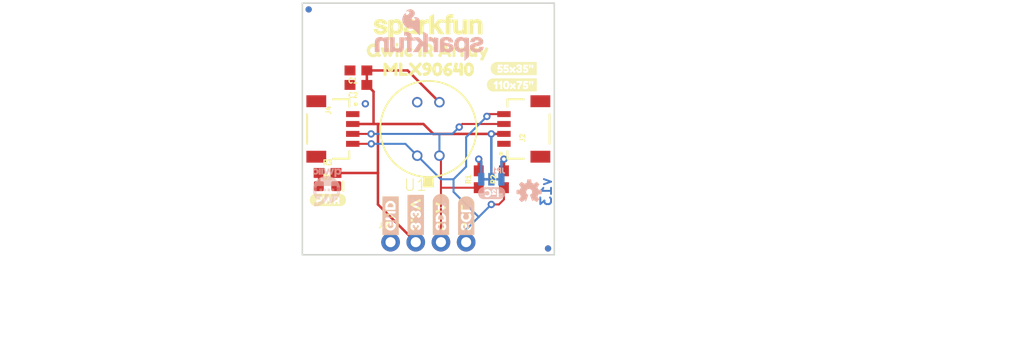
<source format=kicad_pcb>
(kicad_pcb (version 20211014) (generator pcbnew)
  (layers (0 "F.Cu" signal) (31 "B.Cu" signal) (34 "B.Paste" user) (35 "F.Paste" user) (36 "B.SilkS" user "B.Silkscreen") (37 "F.SilkS" user "F.Silkscreen") (38 "B.Mask" user) (39 "F.Mask" user) (44 "Edge.Cuts" user))
  (net 0 "")
  (net 1 "3.3V")
  (net 2 "GND")
  (net 3 "SCL")
  (net 4 "SDA")
  (net 5 "N$1")
  (net 6 "N$2")
  (net 7 "N$3")
  (footprint "boardEagle:JST04_1MM_RA" (layer "F.Cu") (at 156.1211 105.0036 90)
    (fp_text reference "J2" (at -1.397 2.159 90) (layer "F.SilkS") (effects (font (size 0.48768 0.48768) (thickness 0.12192)) (justify left bottom)))
    (fp_text value "")
    (pad "1" smd rect (at -1.5 0 90) (size 0.6 1.35) (layers "F.Cu" "F.Paste" "F.Mask") (net 2 "GND"))
    (pad "2" smd rect (at -0.5 0 90) (size 0.6 1.35) (layers "F.Cu" "F.Paste" "F.Mask") (net 1 "3.3V"))
    (pad "3" smd rect (at 0.5 0 90) (size 0.6 1.35) (layers "F.Cu" "F.Paste" "F.Mask") (net 4 "SDA"))
    (pad "4" smd rect (at 1.5 0 90) (size 0.6 1.35) (layers "F.Cu" "F.Paste" "F.Mask") (net 3 "SCL"))
    (pad "NC1" smd rect (at 2.8 3.675 90) (size 1.2 2) (layers "F.Cu" "F.Paste" "F.Mask"))
    (pad "NC2" smd rect (at -2.8 3.675 90) (size 1.2 2) (layers "F.Cu" "F.Paste" "F.Mask"))
  )
  (footprint "boardEagle:0603" (layer "F.Cu") (at 138.3411 109.4486)
    (fp_text reference "R3" (at 0 -0.762) (layer "F.SilkS") (effects (font (size 0.48768 0.48768) (thickness 0.12192)) (justify bottom)))
    (fp_text value "1k")
    (pad "1" smd rect (at -0.85 0) (size 1.1 1) (layers "F.Cu" "F.Paste" "F.Mask") (net 7 "N$3"))
    (pad "2" smd rect (at 0.85 0) (size 1.1 1) (layers "F.Cu" "F.Paste" "F.Mask") (net 1 "3.3V"))
  )
  (footprint "boardEagle:0603" (layer "F.Cu") (at 141.4526 100.5586 180)
    (fp_text reference "C2" (at 0 -0.762 180) (layer "F.SilkS") (effects (font (size 0.48768 0.48768) (thickness 0.12192)) (justify right top)))
    (fp_text value "1.0uF")
    (pad "1" smd rect (at -0.85 0 180) (size 1.1 1) (layers "F.Cu" "F.Paste" "F.Mask") (net 1 "3.3V"))
    (pad "2" smd rect (at 0.85 0 180) (size 1.1 1) (layers "F.Cu" "F.Paste" "F.Mask") (net 2 "GND"))
  )
  (footprint "boardEagle:SCL-[)" (layer "F.Cu") (at 152.3111 116.1796 90)
    (fp_text reference "U$4" hide)
    (fp_text value "" hide)
  )
  (footprint "boardEagle:MLX906401" (layer "F.Cu") (at 142.7861 98.9711)
    (fp_text reference "U$13" hide)
    (fp_text value "" hide)
  )
  (footprint "boardEagle:110X75#0" (layer "F.Cu") (at 154.3431 100.5586)
    (fp_text reference "U$15" hide)
    (fp_text value "" hide)
  )
  (footprint "boardEagle:QWIIC_IR_ARRAY0" (layer "F.Cu") (at 141.1351 97.0661)
    (fp_text reference "U$14" hide)
    (fp_text value "" hide)
  )
  (footprint "boardEagle:GND-04" (layer "F.Cu") (at 144.6911 116.1796 90)
    (fp_text reference "U$6" hide)
    (fp_text value "" hide)
  )
  (footprint "boardEagle:STAND-OFF" (layer "F.Cu") (at 158.6611 115.1636)
    (fp_text reference "JP9" hide)
    (fp_text value "STAND-OFF" hide)
    (pad "" np_thru_hole circle (at 0 0) (size 3.302 3.302) (drill 3.302) (layers *.Cu *.Mask))
  )
  (footprint "boardEagle:55X35#1" (layer "F.Cu") (at 154.7241 98.9076)
    (fp_text reference "U$3" hide)
    (fp_text value "" hide)
  )
  (footprint "boardEagle:MLX90540_MLX90640" (layer "F.Cu") (at 148.5011 105.0036)
    (fp_text reference "U1" (at -2.54 6.35) (layer "F.SilkS") (effects (font (size 1.1684 1.1684) (thickness 0.1016)) (justify left bottom)))
    (fp_text value "110DEG")
    (pad "GND" thru_hole circle (at -1.117418 -2.697687 247.5) (size 1.0556 1.0556) (drill 0.7) (layers *.Cu) (net 2 "GND"))
    (pad "SCL" thru_hole circle (at -1.117412 2.697678 67.5) (size 1.0556 1.0556) (drill 0.7) (layers *.Cu) (net 3 "SCL"))
    (pad "SDA" thru_hole circle (at 1.117418 2.697687 67.5) (size 1.0556 1.0556) (drill 0.7) (layers *.Cu) (net 4 "SDA"))
    (pad "VDD" thru_hole circle (at 1.117412 -2.697678 247.5) (size 1.0556 1.0556) (drill 0.7) (layers *.Cu) (net 1 "3.3V"))
  )
  (footprint "boardEagle:PWR-()-03" (layer "F.Cu") (at 136.4996 112.1791)
    (fp_text reference "U$12" hide)
    (fp_text value "" hide)
  )
  (footprint "boardEagle:STAND-OFF" (layer "F.Cu") (at 138.3411 115.1636)
    (fp_text reference "JP8" hide)
    (fp_text value "STAND-OFF" hide)
    (pad "" np_thru_hole circle (at 0 0) (size 3.302 3.302) (drill 3.302) (layers *.Cu *.Mask))
  )
  (footprint "boardEagle:3.3V" (layer "F.Cu") (at 147.2311 116.1796 90)
    (fp_text reference "U$5" hide)
    (fp_text value "" hide)
  )
  (footprint "boardEagle:0603" (layer "F.Cu") (at 141.4526 99.0981 180)
    (fp_text reference "C1" (at 0 -0.762 180) (layer "F.SilkS") (effects (font (size 0.48768 0.48768) (thickness 0.12192)) (justify right top)))
    (fp_text value "0.1uF")
    (pad "1" smd rect (at -0.85 0 180) (size 1.1 1) (layers "F.Cu" "F.Paste" "F.Mask") (net 1 "3.3V"))
    (pad "2" smd rect (at 0.85 0 180) (size 1.1 1) (layers "F.Cu" "F.Paste" "F.Mask") (net 2 "GND"))
  )
  (footprint "boardEagle:JST04_1MM_RA" (layer "F.Cu") (at 140.8811 105.0036 -90)
    (fp_text reference "J4" (at -1.397 2.159 -90) (layer "F.SilkS") (effects (font (size 0.48768 0.48768) (thickness 0.12192)) (justify left bottom)))
    (fp_text value "")
    (pad "1" smd rect (at -1.5 0 270) (size 0.6 1.35) (layers "F.Cu" "F.Paste" "F.Mask") (net 2 "GND"))
    (pad "2" smd rect (at -0.5 0 270) (size 0.6 1.35) (layers "F.Cu" "F.Paste" "F.Mask") (net 1 "3.3V"))
    (pad "3" smd rect (at 0.5 0 270) (size 0.6 1.35) (layers "F.Cu" "F.Paste" "F.Mask") (net 4 "SDA"))
    (pad "4" smd rect (at 1.5 0 270) (size 0.6 1.35) (layers "F.Cu" "F.Paste" "F.Mask") (net 3 "SCL"))
    (pad "NC1" smd rect (at 2.8 3.675 270) (size 1.2 2) (layers "F.Cu" "F.Paste" "F.Mask"))
    (pad "NC2" smd rect (at -2.8 3.675 270) (size 1.2 2) (layers "F.Cu" "F.Paste" "F.Mask"))
  )
  (footprint "boardEagle:1X04_NO_SILK" (layer "F.Cu") (at 144.6911 116.4336)
    (fp_text reference "J3" (at -1.27 -1.397) (layer "F.SilkS") (effects (font (size 0.48768 0.48768) (thickness 0.12192)) (justify left bottom)))
    (fp_text value "PTH")
    (pad "1" thru_hole circle (at 0 0 90) (size 1.8796 1.8796) (drill 1.016) (layers *.Cu *.Mask) (net 2 "GND"))
    (pad "2" thru_hole circle (at 2.54 0 90) (size 1.8796 1.8796) (drill 1.016) (layers *.Cu *.Mask) (net 1 "3.3V"))
    (pad "3" thru_hole circle (at 5.08 0 90) (size 1.8796 1.8796) (drill 1.016) (layers *.Cu *.Mask) (net 4 "SDA"))
    (pad "4" thru_hole circle (at 7.62 0 90) (size 1.8796 1.8796) (drill 1.016) (layers *.Cu *.Mask) (net 3 "SCL"))
  )
  (footprint "boardEagle:STAND-OFF" (layer "F.Cu") (at 138.3411 94.8436)
    (fp_text reference "JP3" hide)
    (fp_text value "STAND-OFF" hide)
    (pad "" np_thru_hole circle (at 0 0) (size 3.302 3.302) (drill 3.302) (layers *.Cu *.Mask))
  )
  (footprint "boardEagle:MICRO-FIDUCIAL" (layer "F.Cu") (at 160.5661 117.0686)
    (fp_text reference "JP2" hide)
    (fp_text value "FIDUCIALUFIDUCIAL" hide)
    (pad "1" smd roundrect (at 0 0) (size 0.635 0.635) (layers "F.Cu" "F.Mask") (roundrect_rratio 0.5))
  )
  (footprint "boardEagle:LED-0603" (layer "F.Cu") (at 138.3411 110.7821)
    (fp_text reference "D1" (at 0 -0.635) (layer "F.SilkS") (effects (font (size 0.48768 0.48768) (thickness 0.12192)) (justify bottom)))
    (fp_text value "RED")
    (pad "A" smd roundrect (at -0.877 0 270) (size 1 1) (layers "F.Cu" "F.Paste" "F.Mask") (roundrect_rratio 0.15) (net 7 "N$3"))
    (pad "C" smd roundrect (at 0.877 0 270) (size 1 1) (layers "F.Cu" "F.Paste" "F.Mask") (roundrect_rratio 0.15) (net 2 "GND"))
  )
  (footprint "boardEagle:0603" (layer "F.Cu") (at 156.1211 110.0836 90)
    (fp_text reference "R2" (at 0 -0.762 90) (layer "F.SilkS") (effects (font (size 0.48768 0.48768) (thickness 0.12192)) (justify bottom)))
    (fp_text value "2.2k")
    (pad "1" smd rect (at -0.85 0 90) (size 1.1 1) (layers "F.Cu" "F.Paste" "F.Mask") (net 3 "SCL"))
    (pad "2" smd rect (at 0.85 0 90) (size 1.1 1) (layers "F.Cu" "F.Paste" "F.Mask") (net 6 "N$2"))
  )
  (footprint "boardEagle:0603" (layer "F.Cu") (at 153.5811 110.0836 90)
    (fp_text reference "R1" (at 0 -0.762 90) (layer "F.SilkS") (effects (font (size 0.48768 0.48768) (thickness 0.12192)) (justify bottom)))
    (fp_text value "2.2k")
    (pad "1" smd rect (at -0.85 0 90) (size 1.1 1) (layers "F.Cu" "F.Paste" "F.Mask") (net 4 "SDA"))
    (pad "2" smd rect (at 0.85 0 90) (size 1.1 1) (layers "F.Cu" "F.Paste" "F.Mask") (net 5 "N$1"))
  )
  (footprint "boardEagle:REVISION" (layer "F.Cu") (at 137.0711 127.8636)
    (fp_text reference "LOGO4" hide)
    (fp_text value "REVISION" hide)
  )
  (footprint "boardEagle:SFE_LOGO_NAME_.1" (layer "F.Cu") (at 148.5011 94.8436)
    (fp_text reference "LOGO3" hide)
    (fp_text value "SFE_LOGO_NAME.1_INCH" hide)
  )
  (footprint "boardEagle:STAND-OFF" (layer "F.Cu") (at 158.6611 94.8436)
    (fp_text reference "JP4" hide)
    (fp_text value "STAND-OFF" hide)
    (pad "" np_thru_hole circle (at 0 0) (size 3.302 3.302) (drill 3.302) (layers *.Cu *.Mask))
  )
  (footprint "boardEagle:MICRO-FIDUCIAL" (layer "F.Cu") (at 136.4361 92.9386)
    (fp_text reference "JP5" hide)
    (fp_text value "FIDUCIALUFIDUCIAL" hide)
    (pad "1" smd roundrect (at 0 0) (size 0.635 0.635) (layers "F.Cu" "F.Mask") (roundrect_rratio 0.5))
  )
  (footprint "boardEagle:CREATIVE_COMMONS" (layer "F.Cu") (at 125.6411 125.3236)
    (fp_text reference "FRAME1" hide)
    (fp_text value "FRAME-LETTER" hide)
  )
  (footprint "boardEagle:SDA-[)" (layer "F.Cu") (at 149.7711 116.1796 90)
    (fp_text reference "U$1" hide)
    (fp_text value "" hide)
  )
  (footprint "boardEagle:SDA-[)" (layer "B.Cu") (at 149.7711 116.1796 90)
    (fp_text reference "U$7" hide)
    (fp_text value "" hide)
  )
  (footprint "boardEagle:MICRO-FIDUCIAL" (layer "B.Cu") (at 160.5661 117.0686 180)
    (fp_text reference "JP6" hide)
    (fp_text value "FIDUCIALUFIDUCIAL" hide)
    (pad "1" smd roundrect (at 0 0 180) (size 0.635 0.635) (layers "B.Cu" "B.Mask") (roundrect_rratio 0.5))
  )
  (footprint "boardEagle:QWIIC-LOGO-SMALL" (layer "B.Cu") (at 138.3411 110.9091 180)
    (fp_text reference "U$11" hide)
    (fp_text value "" hide)
  )
  (footprint "boardEagle:SCL-[)" (layer "B.Cu") (at 152.3111 116.1796 90)
    (fp_text reference "U$8" hide)
    (fp_text value "" hide)
  )
  (footprint "boardEagle:OSHW-LOGO-MINI" (layer "B.Cu") (at 158.6611 111.3536 180)
    (fp_text reference "LOGO1" hide)
    (fp_text value "OSHW-LOGOMINI" hide)
  )
  (footprint "boardEagle:MICRO-FIDUCIAL" (layer "B.Cu") (at 136.4361 92.9386 180)
    (fp_text reference "JP7" hide)
    (fp_text value "FIDUCIALUFIDUCIAL" hide)
    (pad "1" smd roundrect (at 0 0 180) (size 0.635 0.635) (layers "B.Cu" "B.Mask") (roundrect_rratio 0.5))
  )
  (footprint "boardEagle:3.3V" (layer "B.Cu") (at 147.2311 116.1796 90)
    (fp_text reference "U$9" hide)
    (fp_text value "" hide)
  )
  (footprint "boardEagle:GND-04" (layer "B.Cu") (at 144.6911 116.1796 90)
    (fp_text reference "U$10" hide)
    (fp_text value "" hide)
  )
  (footprint "boardEagle:SMT-JUMPER_3_2-NC_TRACE_NO-SILK" (layer "B.Cu") (at 154.8511 110.0836 180)
    (fp_text reference "JP1" (at 0 1.143) (layer "B.SilkS") (effects (font (size 0.48768 0.48768) (thickness 0.12192)) (justify right top mirror)))
    (fp_text value "I2C")
    (fp_poly (pts (xy -0.7112 -0.127) (xy -0.3048 -0.127) (xy -0.3048 0.127) (xy -0.7112 0.127)) (layer "B.Cu") (width 0) (fill solid))
    (fp_poly (pts (xy 0.3048 -0.127) (xy 0.7112 -0.127) (xy 0.7112 0.127) (xy 0.3048 0.127)) (layer "B.Cu") (width 0) (fill solid))
    (pad "1" smd rect (at -1.016 0 180) (size 0.635 1.27) (layers "B.Cu" "B.Mask") (net 6 "N$2"))
    (pad "2" smd rect (at 0 0 180) (size 0.635 1.27) (layers "B.Cu" "B.Mask") (net 1 "3.3V"))
    (pad "3" smd rect (at 1.016 0 180) (size 0.635 1.27) (layers "B.Cu" "B.Mask") (net 5 "N$1"))
  )
  (footprint "boardEagle:SFE_LOGO_NAME_FLAME_.1" (layer "B.Cu") (at 148.5011 96.6216 180)
    (fp_text reference "LOGO2" hide)
    (fp_text value "SFE_LOGO_NAME_FLAME.1_INCH" hide)
  )
  (footprint "boardEagle:I_SUPER2_C-()-03" (layer "B.Cu") (at 156.3116 111.4806 180)
    (fp_text reference "U$16" hide)
    (fp_text value "" hide)
  )
  (gr_line (start 135.8011 117.7036) (end 161.2011 117.7036) (layer "Edge.Cuts") (width 0.1524))
  (gr_line (start 161.2011 117.7036) (end 161.2011 92.3036) (layer "Edge.Cuts") (width 0.1524))
  (gr_line (start 135.8011 92.3036) (end 135.8011 117.7036) (layer "Edge.Cuts") (width 0.1524))
  (gr_line (start 161.2011 92.3036) (end 135.8011 92.3036) (layer "Edge.Cuts") (width 0.1524))
  (gr_text "v13" (at 161.0106 111.3536 -270) (layer "B.Cu") (effects (font (size 1.0795 1.0795) (thickness 0.1905)) (justify bottom mirror)))
  (segment (start 148.0011 104.5036) (end 149.0011 105.5036) (width 0.254) (layer "F.Cu") (net 1))
  (segment (start 154.8511 105.5036) (end 156.1211 105.5036) (width 0.254) (layer "F.Cu") (net 1))
  (segment (start 146.41069 99.0981) (end 149.618512 102.305922) (width 0.254) (layer "F.Cu") (net 1))
  (segment (start 143.4211 112.6236) (end 143.4211 109.4486) (width 0.254) (layer "F.Cu") (net 1))
  (segment (start 143.4211 109.4486) (end 143.4211 104.5036) (width 0.254) (layer "F.Cu") (net 1))
  (segment (start 142.9766 101.2326) (end 142.9766 104.5036) (width 0.254) (layer "F.Cu") (net 1))
  (segment (start 140.8811 104.5036) (end 142.9766 104.5036) (width 0.254) (layer "F.Cu") (net 1))
  (segment (start 142.3026 100.5586) (end 142.3026 99.0981) (width 0.254) (layer "F.Cu") (net 1))
  (segment (start 139.1911 109.4486) (end 143.4211 109.4486) (width 0.254) (layer "F.Cu") (net 1))
  (segment (start 143.4211 104.5036) (end 148.0011 104.5036) (width 0.254) (layer "F.Cu") (net 1))
  (segment (start 142.3026 99.0981) (end 146.41069 99.0981) (width 0.254) (layer "F.Cu") (net 1))
  (segment (start 142.9766 104.5036) (end 143.4211 104.5036) (width 0.254) (layer "F.Cu") (net 1))
  (segment (start 147.2311 116.4336) (end 143.4211 112.6236) (width 0.254) (layer "F.Cu") (net 1))
  (segment (start 149.0011 105.5036) (end 154.8511 105.5036) (width 0.254) (layer "F.Cu") (net 1))
  (segment (start 142.3026 100.5586) (end 142.9766 101.2326) (width 0.254) (layer "F.Cu") (net 1))
  (via (at 154.8511 105.5036) (size 0.7366) (drill 0.381) (layers "F.Cu" "B.Cu") (net 1))
  (segment (start 154.8511 110.0836) (end 154.8511 105.5036) (width 0.254) (layer "B.Cu") (net 1))
  (via (at 142.1511 102.4636) (size 0.7366) (drill 0.381) (layers "F.Cu" "B.Cu") (net 2))
  (segment (start 155.6131 112.6236) (end 156.1211 112.1156) (width 0.2032) (layer "F.Cu") (net 3))
  (segment (start 156.1211 103.5036) (end 154.6366 103.5036) (width 0.2032) (layer "F.Cu") (net 3))
  (segment (start 140.8811 106.5036) (end 142.7466 106.5036) (width 0.2032) (layer "F.Cu") (net 3))
  (segment (start 154.6366 103.5036) (end 154.4066 103.7336) (width 0.2032) (layer "F.Cu") (net 3))
  (segment (start 154.8511 112.6236) (end 155.6131 112.6236) (width 0.2032) (layer "F.Cu") (net 3))
  (segment (start 156.1211 112.1156) (end 156.1211 110.9336) (width 0.2032) (layer "F.Cu") (net 3))
  (via (at 154.8511 112.6236) (size 0.7366) (drill 0.381) (layers "F.Cu" "B.Cu") (net 3))
  (via (at 154.4066 103.7336) (size 0.7366) (drill 0.381) (layers "F.Cu" "B.Cu") (net 3))
  (via (at 142.7466 106.5036) (size 0.7366) (drill 0.381) (layers "F.Cu" "B.Cu") (net 3))
  (segment (start 149.766009 110.0836) (end 147.383687 107.701279) (width 0.2032) (layer "B.Cu") (net 3))
  (segment (start 146.186009 106.5036) (end 147.383687 107.701279) (width 0.2032) (layer "B.Cu") (net 3))
  (segment (start 151.0411 110.0836) (end 151.0411 111.3536) (width 0.2032) (layer "B.Cu") (net 3))
  (segment (start 151.0411 111.3536) (end 153.5811 113.8936) (width 0.2032) (layer "B.Cu") (net 3))
  (segment (start 151.0411 110.0836) (end 149.766009 110.0836) (width 0.2032) (layer "B.Cu") (net 3))
  (segment (start 152.3111 105.8291) (end 152.3111 108.8136) (width 0.2032) (layer "B.Cu") (net 3))
  (segment (start 146.186009 106.5036) (end 146.186009 106.5036) (width 0.2032) (layer "B.Cu") (net 3))
  (segment (start 152.3111 116.4336) (end 152.3111 115.1636) (width 0.2032) (layer "B.Cu") (net 3))
  (segment (start 152.3111 108.8136) (end 151.0411 110.0836) (width 0.2032) (layer "B.Cu") (net 3))
  (segment (start 153.5811 113.8936) (end 154.8511 112.6236) (width 0.2032) (layer "B.Cu") (net 3))
  (segment (start 154.4066 103.7336) (end 152.3111 105.8291) (width 0.2032) (layer "B.Cu") (net 3))
  (segment (start 152.3111 115.1636) (end 153.5811 113.8936) (width 0.2032) (layer "B.Cu") (net 3))
  (segment (start 142.7466 106.5036) (end 146.186009 106.5036) (width 0.2032) (layer "B.Cu") (net 3))
  (segment (start 149.8101 110.9336) (end 149.7711 110.9726) (width 0.2032) (layer "F.Cu") (net 4))
  (segment (start 153.5811 110.9336) (end 149.8101 110.9336) (width 0.2032) (layer "F.Cu") (net 4))
  (segment (start 149.7711 110.9726) (end 149.7711 107.853869) (width 0.2032) (layer "F.Cu") (net 4))
  (segment (start 156.1211 104.5036) (end 151.9221 104.5036) (width 0.2032) (layer "F.Cu") (net 4))
  (segment (start 149.7711 116.4336) (end 149.7711 110.9726) (width 0.2032) (layer "F.Cu") (net 4))
  (segment (start 149.7711 107.853869) (end 149.618518 107.701288) (width 0.2032) (layer "F.Cu") (net 4))
  (segment (start 151.9221 104.5036) (end 151.6126 104.8131) (width 0.2032) (layer "F.Cu") (net 4))
  (segment (start 140.8811 105.5036) (end 142.7306 105.5036) (width 0.2032) (layer "F.Cu") (net 4))
  (via (at 142.7306 105.5036) (size 0.7366) (drill 0.381) (layers "F.Cu" "B.Cu") (net 4))
  (via (at 151.6126 104.8131) (size 0.7366) (drill 0.381) (layers "F.Cu" "B.Cu") (net 4))
  (segment (start 149.618518 105.529182) (end 149.6441 105.5036) (width 0.1778) (layer "B.Cu") (net 4))
  (segment (start 149.618518 107.701288) (end 149.618518 105.529182) (width 0.2032) (layer "B.Cu") (net 4))
  (segment (start 150.565853 105.5036) (end 150.9221 105.5036) (width 0.2032) (layer "B.Cu") (net 4))
  (segment (start 142.7306 105.5036) (end 149.6441 105.5036) (width 0.2032) (layer "B.Cu") (net 4))
  (segment (start 149.6441 105.5036) (end 150.565853 105.5036) (width 0.2032) (layer "B.Cu") (net 4))
  (segment (start 150.9221 105.5036) (end 151.6126 104.8131) (width 0.2032) (layer "B.Cu") (net 4))
  (segment (start 153.5811 109.2336) (end 153.5811 108.0516) (width 0.254) (layer "F.Cu") (net 5))
  (via (at 153.5811 108.0516) (size 0.7366) (drill 0.381) (layers "F.Cu" "B.Cu") (net 5))
  (segment (start 153.5811 108.0516) (end 153.8351 108.3056) (width 0.254) (layer "B.Cu") (net 5))
  (segment (start 153.8351 108.3056) (end 153.8351 110.0836) (width 0.254) (layer "B.Cu") (net 5))
  (segment (start 156.1211 109.2336) (end 156.1211 108.0516) (width 0.254) (layer "F.Cu") (net 6))
  (via (at 156.1211 108.0516) (size 0.7366) (drill 0.381) (layers "F.Cu" "B.Cu") (net 6))
  (segment (start 156.1211 108.0516) (end 155.8671 108.3056) (width 0.254) (layer "B.Cu") (net 6))
  (segment (start 155.8671 108.3056) (end 155.8671 110.0836) (width 0.254) (layer "B.Cu") (net 6))
  (segment (start 137.4911 110.7551) (end 137.4911 109.4486) (width 0.254) (layer "F.Cu") (net 7))
  (segment (start 137.4641 110.7821) (end 137.4911 110.7551) (width 0.254) (layer "F.Cu") (net 7))
)
</source>
